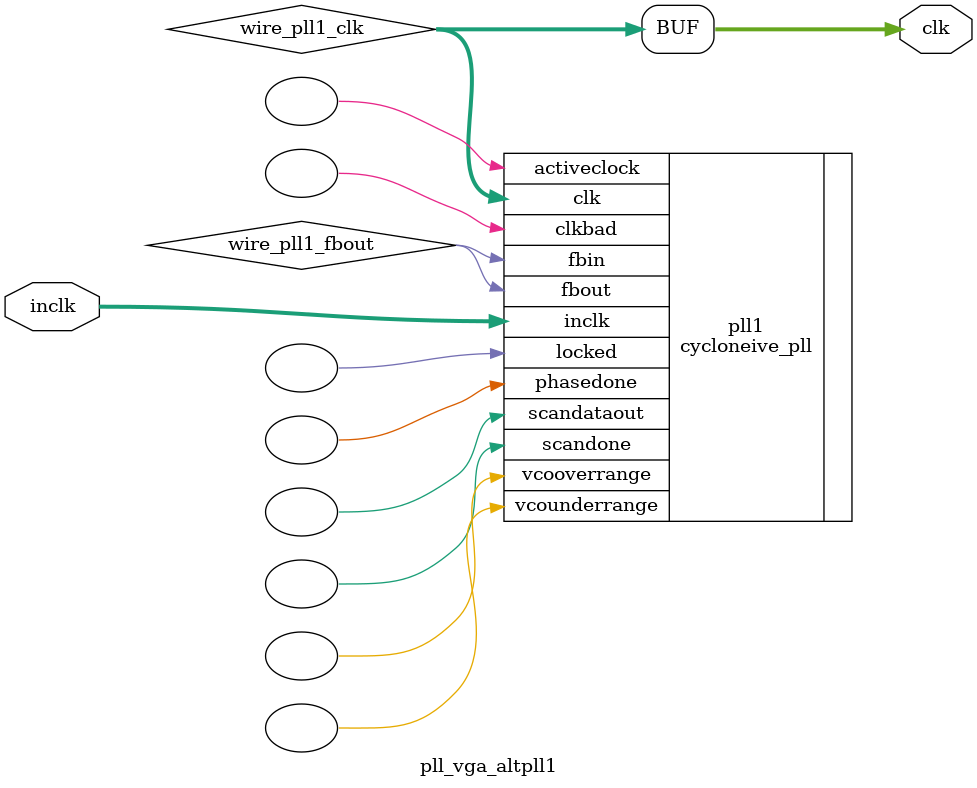
<source format=v>






//synthesis_resources = cycloneive_pll 1 
//synopsys translate_off
`timescale 1 ps / 1 ps
//synopsys translate_on
module  pll_vga_altpll1
	( 
	clk,
	inclk) /* synthesis synthesis_clearbox=1 */;
	output   [4:0]  clk;
	input   [1:0]  inclk;
`ifndef ALTERA_RESERVED_QIS
// synopsys translate_off
`endif
	tri0   [1:0]  inclk;
`ifndef ALTERA_RESERVED_QIS
// synopsys translate_on
`endif

	wire  [4:0]   wire_pll1_clk;
	wire  wire_pll1_fbout;

	cycloneive_pll   pll1
	( 
	.activeclock(),
	.clk(wire_pll1_clk),
	.clkbad(),
	.fbin(wire_pll1_fbout),
	.fbout(wire_pll1_fbout),
	.inclk(inclk),
	.locked(),
	.phasedone(),
	.scandataout(),
	.scandone(),
	.vcooverrange(),
	.vcounderrange()
	`ifndef FORMAL_VERIFICATION
	// synopsys translate_off
	`endif
	,
	.areset(1'b0),
	.clkswitch(1'b0),
	.configupdate(1'b0),
	.pfdena(1'b1),
	.phasecounterselect({3{1'b0}}),
	.phasestep(1'b0),
	.phaseupdown(1'b0),
	.scanclk(1'b0),
	.scanclkena(1'b1),
	.scandata(1'b0)
	`ifndef FORMAL_VERIFICATION
	// synopsys translate_on
	`endif
	);
	defparam
		pll1.bandwidth_type = "auto",
		pll1.clk0_divide_by = 60,
		pll1.clk0_duty_cycle = 50,
		pll1.clk0_multiply_by = 121,
		pll1.clk0_phase_shift = "0",
		pll1.compensate_clock = "clk0",
		pll1.inclk0_input_frequency = 20000,
		pll1.operation_mode = "normal",
		pll1.pll_type = "auto",
		pll1.lpm_type = "cycloneive_pll";
	assign
		clk = {wire_pll1_clk[4:0]};
endmodule //pll_vga_altpll1
//VALID FILE

</source>
